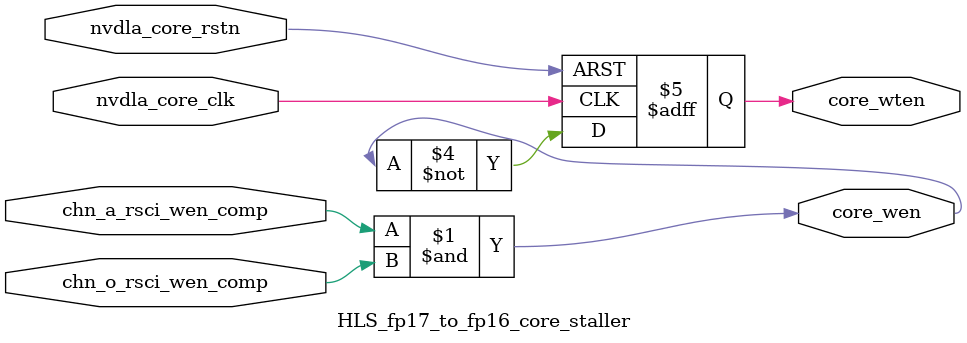
<source format=v>
module HLS_fp17_to_fp16_core_staller (
  nvdla_core_clk, nvdla_core_rstn, core_wen, chn_a_rsci_wen_comp, core_wten, chn_o_rsci_wen_comp
);
  input nvdla_core_clk;
  input nvdla_core_rstn;
  output core_wen;
  input chn_a_rsci_wen_comp;
  output core_wten;
  reg core_wten;
  input chn_o_rsci_wen_comp;
  assign core_wen = chn_a_rsci_wen_comp & chn_o_rsci_wen_comp;
  always @(posedge nvdla_core_clk or negedge nvdla_core_rstn) begin
    if ( ~ nvdla_core_rstn ) begin
      core_wten <= 1'b0;
    end
    else begin
      core_wten <= ~ core_wen;
    end
  end
endmodule
</source>
